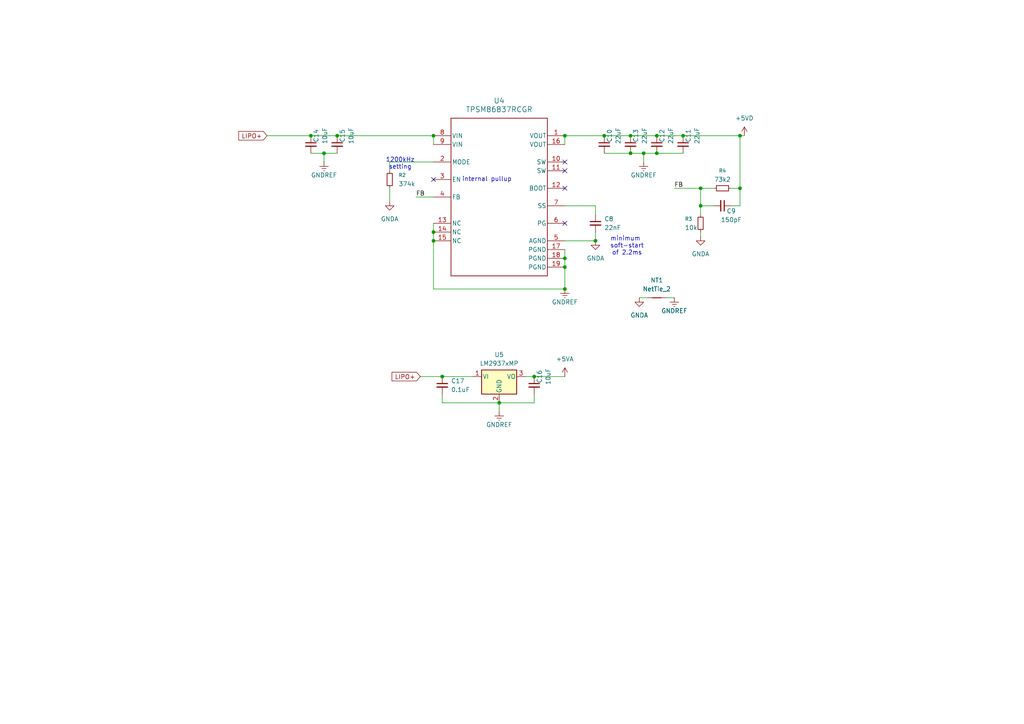
<source format=kicad_sch>
(kicad_sch (version 20250114) (generator "eeschema") (generator_version "9.0")
  (paper "A4")
  (lib_symbols
    (symbol "Device:C_Small" (pin_numbers (hide yes)) (pin_names (offset 0.254) (hide yes))
      (property "Reference" "C" (at 0.254 1.778 0))
      (property "Value" "C_Small" (at 0.254 -2.032 0))
      (symbol "C_Small_0_1"
        (polyline (pts (xy -1.524 0.508) (xy 1.524 0.508)) (stroke (width 0.3048)))
        (polyline (pts (xy -1.524 -0.508) (xy 1.524 -0.508)) (stroke (width 0.3302)))
      )
      (symbol "C_Small_1_1"
        (pin passive line (at 0 2.54 270) (length 2.032) (name "~") (number "1"))
        (pin passive line (at 0 -2.54 90) (length 2.032) (name "~") (number "2"))
      )
    )
    (symbol "Device:NetTie_2" (pin_numbers (hide yes)) (pin_names (offset 0) (hide yes)) (in_bom no)
      (property "Reference" "NT" (at 0 1.27 0))
      (property "Value" "NetTie_2" (at 0 -1.27 0))
      (symbol "NetTie_2_0_1"
        (polyline (pts (xy -1.27 0) (xy 1.27 0)) (stroke (width 0.254)))
      )
      (symbol "NetTie_2_1_1"
        (pin passive line (at -2.54 0 0) (length 2.54) (name "1") (number "1"))
        (pin passive line (at 2.54 0 180) (length 2.54) (name "2") (number "2"))
      )
    )
    (symbol "Device:R_Small" (pin_numbers (hide yes)) (pin_names (offset 0.254) (hide yes))
      (property "Reference" "R" (at 0 0 90))
      (property "Value" "R_Small" (at 1.778 0 90))
      (symbol "R_Small_0_1"
        (rectangle (start -0.762 1.778) (end 0.762 -1.778) (stroke (width 0.2032)))
      )
      (symbol "R_Small_1_1"
        (pin passive line (at 0 2.54 270) (length 0.762) (name "~") (number "1"))
        (pin passive line (at 0 -2.54 90) (length 0.762) (name "~") (number "2"))
      )
    )
    (symbol "INFERNOparts:TPSM86837RCGR" (pin_names (offset 0.254))
      (property "Reference" "U" (at 0 2.54 0))
      (property "Value" "TPSM86837RCGR" (at 0 0 0))
      (symbol "TPSM86837RCGR_0_1"
        (polyline (pts (xy 5.08 5.08) (xy 5.08 -40.64)) (stroke (width 0.2032)))
        (polyline (pts (xy 5.08 -40.64) (xy 33.02 -40.64)) (stroke (width 0.2032)))
        (polyline (pts (xy 33.02 5.08) (xy 5.08 5.08)) (stroke (width 0.2032)))
        (polyline (pts (xy 33.02 -40.64) (xy 33.02 5.08)) (stroke (width 0.2032)))
        (pin power_in line (at 0 0 0) (length 5.08) (name "VIN") (number "8"))
        (pin power_in line (at 0 -2.54 0) (length 5.08) (name "VIN") (number "9"))
        (pin input line (at 0 -7.62 0) (length 5.08) (name "MODE") (number "2"))
        (pin input line (at 0 -12.7 0) (length 5.08) (name "EN") (number "3"))
        (pin input line (at 0 -17.78 0) (length 5.08) (name "FB") (number "4"))
        (pin unspecified line (at 0 -25.4 0) (length 5.08) (name "NC") (number "13"))
        (pin unspecified line (at 0 -27.94 0) (length 5.08) (name "NC") (number "14"))
        (pin unspecified line (at 0 -30.48 0) (length 5.08) (name "NC") (number "15"))
        (pin unspecified line (at 38.1 0 180) (length 5.08) (name "VOUT") (number "1"))
        (pin unspecified line (at 38.1 -2.54 180) (length 5.08) (name "VOUT") (number "16"))
        (pin unspecified line (at 38.1 -7.62 180) (length 5.08) (name "SW") (number "10"))
        (pin unspecified line (at 38.1 -10.16 180) (length 5.08) (name "SW") (number "11"))
        (pin unspecified line (at 38.1 -15.24 180) (length 5.08) (name "BOOT") (number "12"))
        (pin input line (at 38.1 -20.32 180) (length 5.08) (name "SS") (number "7"))
        (pin open_collector line (at 38.1 -25.4 180) (length 5.08) (name "PG") (number "6"))
        (pin power_in line (at 38.1 -30.48 180) (length 5.08) (name "AGND") (number "5"))
        (pin power_in line (at 38.1 -33.02 180) (length 5.08) (name "PGND") (number "17"))
        (pin power_in line (at 38.1 -35.56 180) (length 5.08) (name "PGND") (number "18"))
        (pin power_in line (at 38.1 -38.1 180) (length 5.08) (name "PGND") (number "19"))
      )
    )
    (symbol "Regulator_Linear:LM2937xMP" (pin_names (offset 0.254))
      (property "Reference" "U" (at -3.81 3.175 0))
      (property "Value" "LM2937xMP" (at 0 3.175 0))
      (symbol "LM2937xMP_0_1"
        (rectangle (start -5.08 -5.08) (end 5.08 1.905) (stroke (width 0.254)) (fill (type background)))
      )
      (symbol "LM2937xMP_1_1"
        (pin power_in line (at -7.62 0 0) (length 2.54) (name "VI") (number "1"))
        (pin power_in line (at 0 -7.62 90) (length 2.54) (name "GND") (number "2"))
        (pin power_out line (at 7.62 0 180) (length 2.54) (name "VO") (number "3"))
      )
    )
    (symbol "power:+5VA" (power) (pin_numbers (hide yes)) (pin_names (offset 0) (hide yes))
      (property "Value" "+5VA" (at 0 3.556 0))
      (symbol "+5VA_0_1"
        (polyline (pts (xy -0.762 1.27) (xy 0 2.54)))
        (polyline (pts (xy 0 2.54) (xy 0.762 1.27)))
        (polyline (pts (xy 0 0) (xy 0 2.54)))
      )
      (symbol "+5VA_1_1"
        (pin power_in line (at 0 0 90) (length 0) (name "~") (number "1"))
      )
    )
    (symbol "power:+5VD" (power) (pin_numbers (hide yes)) (pin_names (offset 0) (hide yes))
      (property "Value" "+5VD" (at 0 3.556 0))
      (symbol "+5VD_0_1"
        (polyline (pts (xy -0.762 1.27) (xy 0 2.54)))
        (polyline (pts (xy 0 2.54) (xy 0.762 1.27)))
        (polyline (pts (xy 0 0) (xy 0 2.54)))
      )
      (symbol "+5VD_1_1"
        (pin power_in line (at 0 0 90) (length 0) (name "~") (number "1"))
      )
    )
    (symbol "power:GNDA" (power) (pin_numbers (hide yes)) (pin_names (offset 0) (hide yes))
      (property "Value" "GNDA" (at 0 -3.81 0))
      (symbol "GNDA_0_1"
        (polyline (pts (xy 0 0) (xy 0 -1.27) (xy 1.27 -1.27) (xy 0 -2.54) (xy -1.27 -1.27) (xy 0 -1.27)))
      )
      (symbol "GNDA_1_1"
        (pin power_in line (at 0 0 270) (length 0) (name "~") (number "1"))
      )
    )
    (symbol "power:GNDREF" (power) (pin_numbers (hide yes)) (pin_names (offset 0) (hide yes))
      (property "Value" "GNDREF" (at 0 -3.81 0))
      (symbol "GNDREF_0_1"
        (polyline (pts (xy -0.635 -1.905) (xy 0.635 -1.905)))
        (polyline (pts (xy -0.127 -2.54) (xy 0.127 -2.54)))
        (polyline (pts (xy 0 -1.27) (xy 0 0)))
        (polyline (pts (xy 1.27 -1.27) (xy -1.27 -1.27)))
      )
      (symbol "GNDREF_1_1"
        (pin power_in line (at 0 0 270) (length 0) (name "~") (number "1"))
      )
    )
  )
  (text "minimum \nsoft-start\nof 2.2ms" (at 181.864 71.374 0) (effects (font (size 1.27 1.27))))
  (text "1200kHz\nsetting" (at 116.078 47.498 0) (effects (font (size 1.27 1.27))))
  (text "internal pullup" (at 141.224 52.07 0) (effects (font (size 1.27 1.27))))
  (junction (at 182.88 39.37))
  (junction (at 186.69 44.45))
  (junction (at 172.72 69.85))
  (junction (at 214.63 39.37))
  (junction (at 144.78 116.84))
  (junction (at 214.63 54.61))
  (junction (at 125.73 39.37))
  (junction (at 90.17 39.37))
  (junction (at 125.73 69.85))
  (junction (at 190.5 44.45))
  (junction (at 163.83 77.47))
  (junction (at 97.79 39.37))
  (junction (at 128.27 109.22))
  (junction (at 190.5 39.37))
  (junction (at 198.12 39.37))
  (junction (at 163.83 39.37))
  (junction (at 175.26 39.37))
  (junction (at 163.83 74.93))
  (junction (at 203.2 54.61))
  (junction (at 154.94 109.22))
  (junction (at 163.83 83.82))
  (junction (at 203.2 59.69))
  (junction (at 182.88 44.45))
  (junction (at 125.73 67.31))
  (junction (at 93.98 44.45))
  (no_connect (at 125.73 52.07))
  (no_connect (at 163.83 64.77))
  (no_connect (at 163.83 46.99))
  (no_connect (at 163.83 49.53))
  (no_connect (at 163.83 54.61))
  (wire (pts (xy 77.47 39.37) (xy 90.17 39.37)))
  (wire (pts (xy 97.79 39.37) (xy 125.73 39.37)))
  (wire (pts (xy 203.2 59.69) (xy 207.01 59.69)))
  (wire (pts (xy 90.17 39.37) (xy 97.79 39.37)))
  (wire (pts (xy 163.83 74.93) (xy 163.83 72.39)))
  (wire (pts (xy 121.92 109.22) (xy 128.27 109.22)))
  (wire (pts (xy 185.42 86.36) (xy 187.96 86.36)))
  (wire (pts (xy 214.63 39.37) (xy 215.9 39.37)))
  (wire (pts (xy 163.83 83.82) (xy 163.83 77.47)))
  (wire (pts (xy 144.78 116.84) (xy 144.78 119.38)))
  (wire (pts (xy 93.98 44.45) (xy 93.98 46.99)))
  (wire (pts (xy 198.12 39.37) (xy 214.63 39.37)))
  (wire (pts (xy 113.03 46.99) (xy 125.73 46.99)))
  (wire (pts (xy 125.73 83.82) (xy 163.83 83.82)))
  (wire (pts (xy 154.94 114.3) (xy 154.94 116.84)))
  (wire (pts (xy 163.83 41.91) (xy 163.83 39.37)))
  (wire (pts (xy 182.88 39.37) (xy 190.5 39.37)))
  (wire (pts (xy 182.88 44.45) (xy 186.69 44.45)))
  (wire (pts (xy 186.69 44.45) (xy 186.69 46.99)))
  (wire (pts (xy 172.72 67.31) (xy 172.72 69.85)))
  (wire (pts (xy 175.26 44.45) (xy 182.88 44.45)))
  (wire (pts (xy 128.27 116.84) (xy 144.78 116.84)))
  (wire (pts (xy 172.72 59.69) (xy 172.72 62.23)))
  (wire (pts (xy 90.17 44.45) (xy 93.98 44.45)))
  (wire (pts (xy 214.63 54.61) (xy 214.63 59.69)))
  (wire (pts (xy 214.63 54.61) (xy 212.09 54.61)))
  (wire (pts (xy 190.5 44.45) (xy 198.12 44.45)))
  (wire (pts (xy 154.94 109.22) (xy 163.83 109.22)))
  (wire (pts (xy 128.27 109.22) (xy 137.16 109.22)))
  (wire (pts (xy 186.69 44.45) (xy 190.5 44.45)))
  (wire (pts (xy 125.73 67.31) (xy 125.73 69.85)))
  (wire (pts (xy 113.03 49.53) (xy 113.03 46.99)))
  (wire (pts (xy 120.65 57.15) (xy 125.73 57.15)))
  (wire (pts (xy 203.2 67.31) (xy 203.2 68.58)))
  (wire (pts (xy 214.63 39.37) (xy 214.63 54.61)))
  (wire (pts (xy 195.58 54.61) (xy 203.2 54.61)))
  (wire (pts (xy 152.4 109.22) (xy 154.94 109.22)))
  (wire (pts (xy 203.2 54.61) (xy 207.01 54.61)))
  (wire (pts (xy 190.5 39.37) (xy 198.12 39.37)))
  (wire (pts (xy 212.09 59.69) (xy 214.63 59.69)))
  (wire (pts (xy 203.2 59.69) (xy 203.2 54.61)))
  (wire (pts (xy 193.04 86.36) (xy 195.58 86.36)))
  (wire (pts (xy 93.98 44.45) (xy 97.79 44.45)))
  (wire (pts (xy 203.2 59.69) (xy 203.2 62.23)))
  (wire (pts (xy 154.94 116.84) (xy 144.78 116.84)))
  (wire (pts (xy 128.27 114.3) (xy 128.27 116.84)))
  (wire (pts (xy 163.83 59.69) (xy 172.72 59.69)))
  (wire (pts (xy 163.83 77.47) (xy 163.83 74.93)))
  (wire (pts (xy 125.73 69.85) (xy 125.73 83.82)))
  (wire (pts (xy 125.73 64.77) (xy 125.73 67.31)))
  (wire (pts (xy 175.26 39.37) (xy 182.88 39.37)))
  (wire (pts (xy 113.03 54.61) (xy 113.03 58.42)))
  (wire (pts (xy 163.83 69.85) (xy 172.72 69.85)))
  (wire (pts (xy 163.83 39.37) (xy 175.26 39.37)))
  (wire (pts (xy 125.73 39.37) (xy 125.73 41.91)))
  (label "FB" (at 120.65 57.15 0))
  (label "FB" (at 195.58 54.61 0))
  (global_label "LIPO+" (shape input) (at 121.92 109.22 180) (property "Intersheetrefs" "${INTERSHEET_REFS}" (effects (hide yes))))
  (global_label "LIPO+" (shape input) (at 77.47 39.37 180) (property "Intersheetrefs" "${INTERSHEET_REFS}" (effects (hide yes))))
  (symbol (lib_id "power:+5VD") (at 215.9 39.37 0) (unit 1)
    (property "Reference" "#PWR019" (effects (hide yes)))
    (property "Value" "+5VD" (at 215.9 34.29 0))
    (property "Description" "Power symbol creates a global label with name \"+5VD\"" (effects (hide yes)))
  )
  (symbol (lib_id "Device:C_Small") (at 190.5 41.91 0) (unit 1)
    (property "Reference" "C12" (at 192.024 39.37 90))
    (property "Value" "22uF" (at 194.564 39.37 90))
    (property "Footprint" "Capacitor_SMD:C_1210_3225Metric" (effects (hide yes)))
    (property "Datasheet" "GRM32ER71E226KE15L" (effects (hide yes)))
    (property "Description" "Unpolarized capacitor, small symbol" (effects (hide yes)))
  )
  (symbol (lib_id "Device:C_Small") (at 128.27 111.76 0) (unit 1)
    (property "Reference" "C17" (at 130.81 110.4962 0) (effects (justify left)))
    (property "Value" "0.1uF" (at 130.81 113.0362 0) (effects (justify left)))
    (property "Description" "Unpolarized capacitor, small symbol" (effects (hide yes)))
  )
  (symbol (lib_id "Device:C_Small") (at 172.72 64.77 0) (unit 1)
    (property "Reference" "C8" (at 175.26 63.5062 0) (effects (justify left)))
    (property "Value" "22nF" (at 175.26 66.0462 0) (effects (justify left)))
    (property "Description" "Unpolarized capacitor, small symbol" (effects (hide yes)))
  )
  (symbol (lib_id "power:GNDREF") (at 93.98 46.99 0) (mirror y) (unit 1)
    (property "Reference" "#PWR024" (effects (hide yes)))
    (property "Value" "GNDREF" (at 93.98 50.8 0))
    (property "Description" "Power symbol creates a global label with name \"GNDREF\" , reference supply ground" (effects (hide yes)))
  )
  (symbol (lib_id "Device:NetTie_2") (at 190.5 86.36 0) (unit 1) (in_bom no)
    (property "Reference" "NT1" (at 190.5 81.28 0))
    (property "Value" "NetTie_2" (at 190.5 83.82 0))
    (property "Description" "Net tie, 2 pins" (effects (hide yes)))
  )
  (symbol (lib_id "Device:R_Small") (at 209.55 54.61 90) (unit 1)
    (property "Reference" "R4" (at 209.55 49.53 90) (effects (font (size 1.016 1.016))))
    (property "Value" "73k2" (at 209.55 52.07 90))
    (property "Description" "Resistor, small symbol" (effects (hide yes)))
  )
  (symbol (lib_id "Device:C_Small") (at 154.94 111.76 0) (unit 1)
    (property "Reference" "C16" (at 156.464 109.22 90))
    (property "Value" "10uF" (at 159.004 109.22 90))
    (property "Footprint" "Capacitor_SMD:C_1206_3216Metric" (effects (hide yes)))
    (property "Datasheet" "GRM31CD71H106KE11" (effects (hide yes)))
    (property "Description" "Unpolarized capacitor, small symbol" (effects (hide yes)))
  )
  (symbol (lib_id "power:GNDREF") (at 195.58 86.36 0) (mirror y) (unit 1)
    (property "Reference" "#PWR026" (effects (hide yes)))
    (property "Value" "GNDREF" (at 195.58 90.17 0))
    (property "Description" "Power symbol creates a global label with name \"GNDREF\" , reference supply ground" (effects (hide yes)))
  )
  (symbol (lib_id "Device:C_Small") (at 175.26 41.91 0) (unit 1)
    (property "Reference" "C10" (at 176.784 39.37 90))
    (property "Value" "22uF" (at 179.324 39.37 90))
    (property "Footprint" "Capacitor_SMD:C_1210_3225Metric" (effects (hide yes)))
    (property "Datasheet" "GRM32ER71E226KE15L" (effects (hide yes)))
    (property "Description" "Unpolarized capacitor, small symbol" (effects (hide yes)))
  )
  (symbol (lib_id "power:+5VA") (at 163.83 109.22 0) (unit 1)
    (property "Reference" "#PWR027" (effects (hide yes)))
    (property "Value" "+5VA" (at 163.83 104.14 0))
    (property "Description" "Power symbol creates a global label with name \"+5VA\"" (effects (hide yes)))
  )
  (symbol (lib_id "Device:C_Small") (at 198.12 41.91 0) (unit 1)
    (property "Reference" "C11" (at 199.644 39.37 90))
    (property "Value" "22uF" (at 202.184 39.37 90))
    (property "Footprint" "Capacitor_SMD:C_1210_3225Metric" (effects (hide yes)))
    (property "Datasheet" "GRM32ER71E226KE15L" (effects (hide yes)))
    (property "Description" "Unpolarized capacitor, small symbol" (effects (hide yes)))
  )
  (symbol (lib_id "power:GNDA") (at 113.03 58.42 0) (unit 1)
    (property "Reference" "#PWR020" (effects (hide yes)))
    (property "Value" "GNDA" (at 113.03 63.5 0))
    (property "Description" "Power symbol creates a global label with name \"GNDA\" , analog ground" (effects (hide yes)))
  )
  (symbol (lib_id "Device:R_Small") (at 113.03 52.07 0) (unit 1)
    (property "Reference" "R2" (at 115.57 50.7999 0) (effects (font (size 1.016 1.016)) (justify left)))
    (property "Value" "374k" (at 115.57 53.3399 0) (effects (justify left)))
    (property "Description" "Resistor, small symbol" (effects (hide yes)))
  )
  (symbol (lib_id "power:GNDREF") (at 144.78 119.38 0) (mirror y) (unit 1)
    (property "Reference" "#PWR028" (effects (hide yes)))
    (property "Value" "GNDREF" (at 144.78 123.19 0))
    (property "Description" "Power symbol creates a global label with name \"GNDREF\" , reference supply ground" (effects (hide yes)))
  )
  (symbol (lib_id "power:GNDREF") (at 163.83 83.82 0) (mirror y) (unit 1)
    (property "Reference" "#PWR017" (effects (hide yes)))
    (property "Value" "GNDREF" (at 163.83 87.63 0))
    (property "Description" "Power symbol creates a global label with name \"GNDREF\" , reference supply ground" (effects (hide yes)))
  )
  (symbol (lib_id "power:GNDA") (at 172.72 69.85 0) (unit 1)
    (property "Reference" "#PWR021" (effects (hide yes)))
    (property "Value" "GNDA" (at 172.72 74.93 0))
    (property "Description" "Power symbol creates a global label with name \"GNDA\" , analog ground" (effects (hide yes)))
  )
  (symbol (lib_id "Device:C_Small") (at 209.55 59.69 270) (unit 1)
    (property "Reference" "C9" (at 212.09 61.214 90))
    (property "Value" "150pF" (at 212.09 63.754 90))
    (property "Description" "Unpolarized capacitor, small symbol" (effects (hide yes)))
  )
  (symbol (lib_id "Device:C_Small") (at 182.88 41.91 0) (unit 1)
    (property "Reference" "C13" (at 184.404 39.37 90))
    (property "Value" "22uF" (at 186.944 39.37 90))
    (property "Footprint" "Capacitor_SMD:C_1210_3225Metric" (effects (hide yes)))
    (property "Datasheet" "GRM32ER71E226KE15L" (effects (hide yes)))
    (property "Description" "Unpolarized capacitor, small symbol" (effects (hide yes)))
  )
  (symbol (lib_id "Device:R_Small") (at 203.2 64.77 0) (unit 1)
    (property "Reference" "R3" (at 198.628 63.5 0) (effects (font (size 1.016 1.016)) (justify left)))
    (property "Value" "10k" (at 198.628 66.04 0) (effects (justify left)))
    (property "Description" "Resistor, small symbol" (effects (hide yes)))
  )
  (symbol (lib_id "power:GNDA") (at 203.2 68.58 0) (unit 1)
    (property "Reference" "#PWR022" (effects (hide yes)))
    (property "Value" "GNDA" (at 203.2 73.66 0))
    (property "Description" "Power symbol creates a global label with name \"GNDA\" , analog ground" (effects (hide yes)))
  )
  (symbol (lib_id "Device:C_Small") (at 90.17 41.91 0) (unit 1)
    (property "Reference" "C14" (at 91.694 39.37 90))
    (property "Value" "10uF" (at 94.234 39.37 90))
    (property "Footprint" "Capacitor_SMD:C_1206_3216Metric" (effects (hide yes)))
    (property "Datasheet" "GRM31CD71H106KE11" (effects (hide yes)))
    (property "Description" "Unpolarized capacitor, small symbol" (effects (hide yes)))
  )
  (symbol (lib_id "Regulator_Linear:LM2937xMP") (at 144.78 109.22 0) (unit 1)
    (property "Reference" "U5" (at 144.78 102.87 0))
    (property "Value" "LM2937xMP" (at 144.78 105.41 0))
    (property "Footprint" "Package_TO_SOT_SMD:SOT-223-3_TabPin2" (effects (hide yes)))
    (property "Datasheet" "http://www.ti.com/lit/ds/symlink/lm2937.pdf" (effects (hide yes)))
    (property "Description" "500-mA Low Dropout Regulator, SOT-223" (effects (hide yes)))
  )
  (symbol (lib_id "INFERNOparts:TPSM86837RCGR") (at 125.73 39.37 0) (unit 1)
    (property "Reference" "U4" (at 144.78 29.21 0) (effects (font (size 1.524 1.524))))
    (property "Value" "TPSM86837RCGR" (at 144.78 31.75 0) (effects (font (size 1.524 1.524))))
    (property "Footprint" "INFERNOfootprints:RCG0019A-MFG" (effects (hide yes)))
    (property "Datasheet" "https://www.ti.com/lit/gpn/tpsm86837" (effects (hide yes)))
  )
  (symbol (lib_id "Device:C_Small") (at 97.79 41.91 0) (unit 1)
    (property "Reference" "C15" (at 99.314 39.37 90))
    (property "Value" "10uF" (at 101.854 39.37 90))
    (property "Footprint" "Capacitor_SMD:C_1206_3216Metric" (effects (hide yes)))
    (property "Datasheet" "GRM31CD71H106KE11" (effects (hide yes)))
    (property "Description" "Unpolarized capacitor, small symbol" (effects (hide yes)))
  )
  (symbol (lib_id "power:GNDREF") (at 186.69 46.99 0) (mirror y) (unit 1)
    (property "Reference" "#PWR023" (effects (hide yes)))
    (property "Value" "GNDREF" (at 186.69 50.8 0))
    (property "Description" "Power symbol creates a global label with name \"GNDREF\" , reference supply ground" (effects (hide yes)))
  )
  (symbol (lib_id "power:GNDA") (at 185.42 86.36 0) (unit 1)
    (property "Reference" "#PWR025" (effects (hide yes)))
    (property "Value" "GNDA" (at 185.42 91.44 0))
    (property "Description" "Power symbol creates a global label with name \"GNDA\" , analog ground" (effects (hide yes)))
  )
)
</source>
